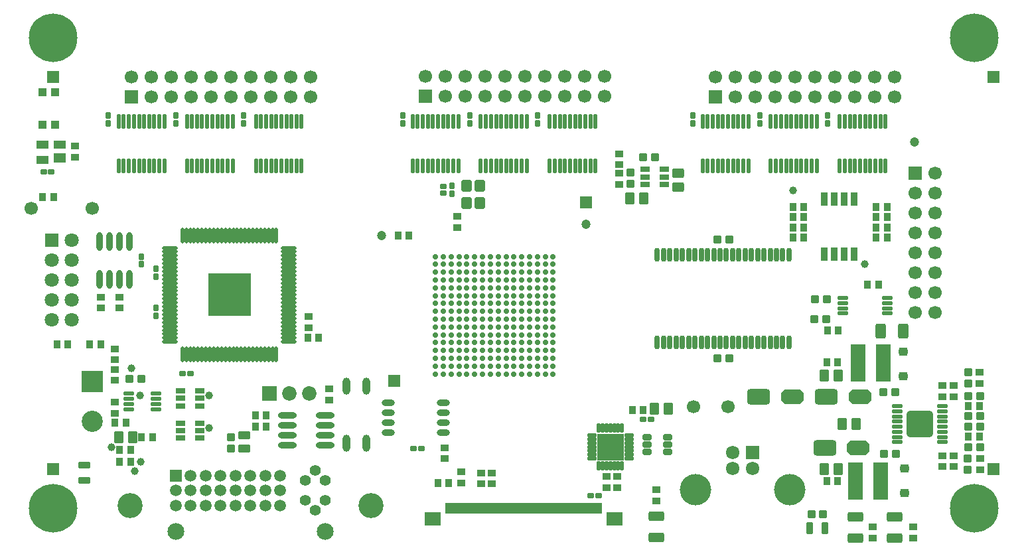
<source format=gts>
G04 Layer_Color=8388736*
%FSLAX42Y42*%
%MOMM*%
G71*
G01*
G75*
%ADD10C,1.00*%
%ADD67C,1.50*%
%ADD68C,1.20*%
%ADD73R,1.50X1.50*%
%ADD155R,1.50X1.50*%
G04:AMPARAMS|DCode=156|XSize=1.1mm|YSize=1mm|CornerRadius=0.2mm|HoleSize=0mm|Usage=FLASHONLY|Rotation=270.000|XOffset=0mm|YOffset=0mm|HoleType=Round|Shape=RoundedRectangle|*
%AMROUNDEDRECTD156*
21,1,1.10,0.60,0,0,270.0*
21,1,0.70,1.00,0,0,270.0*
1,1,0.40,-0.30,-0.35*
1,1,0.40,-0.30,0.35*
1,1,0.40,0.30,0.35*
1,1,0.40,0.30,-0.35*
%
%ADD156ROUNDEDRECTD156*%
G04:AMPARAMS|DCode=157|XSize=0.7mm|YSize=0.8mm|CornerRadius=0.16mm|HoleSize=0mm|Usage=FLASHONLY|Rotation=270.000|XOffset=0mm|YOffset=0mm|HoleType=Round|Shape=RoundedRectangle|*
%AMROUNDEDRECTD157*
21,1,0.70,0.47,0,0,270.0*
21,1,0.38,0.80,0,0,270.0*
1,1,0.33,-0.24,-0.19*
1,1,0.33,-0.24,0.19*
1,1,0.33,0.24,0.19*
1,1,0.33,0.24,-0.19*
%
%ADD157ROUNDEDRECTD157*%
%ADD158O,0.55X1.90*%
%ADD159R,0.90X1.70*%
G04:AMPARAMS|DCode=160|XSize=1.1mm|YSize=0.9mm|CornerRadius=0.19mm|HoleSize=0mm|Usage=FLASHONLY|Rotation=180.000|XOffset=0mm|YOffset=0mm|HoleType=Round|Shape=RoundedRectangle|*
%AMROUNDEDRECTD160*
21,1,1.10,0.53,0,0,180.0*
21,1,0.72,0.90,0,0,180.0*
1,1,0.38,-0.36,0.26*
1,1,0.38,0.36,0.26*
1,1,0.38,0.36,-0.26*
1,1,0.38,-0.36,-0.26*
%
%ADD160ROUNDEDRECTD160*%
G04:AMPARAMS|DCode=161|XSize=1.1mm|YSize=0.9mm|CornerRadius=0.19mm|HoleSize=0mm|Usage=FLASHONLY|Rotation=270.000|XOffset=0mm|YOffset=0mm|HoleType=Round|Shape=RoundedRectangle|*
%AMROUNDEDRECTD161*
21,1,1.10,0.53,0,0,270.0*
21,1,0.72,0.90,0,0,270.0*
1,1,0.38,-0.26,-0.36*
1,1,0.38,-0.26,0.36*
1,1,0.38,0.26,0.36*
1,1,0.38,0.26,-0.36*
%
%ADD161ROUNDEDRECTD161*%
G04:AMPARAMS|DCode=162|XSize=0.55mm|YSize=1.4mm|CornerRadius=0.14mm|HoleSize=0mm|Usage=FLASHONLY|Rotation=90.000|XOffset=0mm|YOffset=0mm|HoleType=Round|Shape=RoundedRectangle|*
%AMROUNDEDRECTD162*
21,1,0.55,1.11,0,0,90.0*
21,1,0.26,1.40,0,0,90.0*
1,1,0.29,0.56,0.13*
1,1,0.29,0.56,-0.13*
1,1,0.29,-0.56,-0.13*
1,1,0.29,-0.56,0.13*
%
%ADD162ROUNDEDRECTD162*%
%ADD163R,1.30X0.80*%
%ADD164O,1.00X2.20*%
G04:AMPARAMS|DCode=165|XSize=1.9mm|YSize=1.3mm|CornerRadius=0.24mm|HoleSize=0mm|Usage=FLASHONLY|Rotation=90.000|XOffset=0mm|YOffset=0mm|HoleType=Round|Shape=RoundedRectangle|*
%AMROUNDEDRECTD165*
21,1,1.90,0.82,0,0,90.0*
21,1,1.43,1.30,0,0,90.0*
1,1,0.47,0.41,0.71*
1,1,0.47,0.41,-0.71*
1,1,0.47,-0.41,-0.71*
1,1,0.47,-0.41,0.71*
%
%ADD165ROUNDEDRECTD165*%
G04:AMPARAMS|DCode=166|XSize=1.1mm|YSize=1mm|CornerRadius=0.2mm|HoleSize=0mm|Usage=FLASHONLY|Rotation=180.000|XOffset=0mm|YOffset=0mm|HoleType=Round|Shape=RoundedRectangle|*
%AMROUNDEDRECTD166*
21,1,1.10,0.60,0,0,180.0*
21,1,0.70,1.00,0,0,180.0*
1,1,0.40,-0.35,0.30*
1,1,0.40,0.35,0.30*
1,1,0.40,0.35,-0.30*
1,1,0.40,-0.35,-0.30*
%
%ADD166ROUNDEDRECTD166*%
%ADD167O,0.70X1.80*%
%ADD168R,1.60X1.00*%
%ADD169R,1.60X1.20*%
%ADD170O,1.70X0.80*%
%ADD171R,1.12X0.99*%
G04:AMPARAMS|DCode=172|XSize=1.15mm|YSize=1.1mm|CornerRadius=0.33mm|HoleSize=0mm|Usage=FLASHONLY|Rotation=180.000|XOffset=0mm|YOffset=0mm|HoleType=Round|Shape=RoundedRectangle|*
%AMROUNDEDRECTD172*
21,1,1.15,0.45,0,0,180.0*
21,1,0.50,1.10,0,0,180.0*
1,1,0.65,-0.25,0.23*
1,1,0.65,0.25,0.23*
1,1,0.65,0.25,-0.23*
1,1,0.65,-0.25,-0.23*
%
%ADD172ROUNDEDRECTD172*%
G04:AMPARAMS|DCode=173|XSize=2.85mm|YSize=1.95mm|CornerRadius=0.32mm|HoleSize=0mm|Usage=FLASHONLY|Rotation=0.000|XOffset=0mm|YOffset=0mm|HoleType=Round|Shape=RoundedRectangle|*
%AMROUNDEDRECTD173*
21,1,2.85,1.31,0,0,0.0*
21,1,2.21,1.95,0,0,0.0*
1,1,0.64,1.11,-0.66*
1,1,0.64,-1.11,-0.66*
1,1,0.64,-1.11,0.66*
1,1,0.64,1.11,0.66*
%
%ADD173ROUNDEDRECTD173*%
G04:AMPARAMS|DCode=174|XSize=2.85mm|YSize=1.95mm|CornerRadius=0mm|HoleSize=0mm|Usage=FLASHONLY|Rotation=0.000|XOffset=0mm|YOffset=0mm|HoleType=Round|Shape=Octagon|*
%AMOCTAGOND174*
4,1,8,1.43,-0.49,1.43,0.49,0.94,0.97,-0.94,0.97,-1.43,0.49,-1.43,-0.49,-0.94,-0.97,0.94,-0.97,1.43,-0.49,0.0*
%
%ADD174OCTAGOND174*%

G04:AMPARAMS|DCode=175|XSize=3.4mm|YSize=3.4mm|CornerRadius=0.5mm|HoleSize=0mm|Usage=FLASHONLY|Rotation=90.000|XOffset=0mm|YOffset=0mm|HoleType=Round|Shape=RoundedRectangle|*
%AMROUNDEDRECTD175*
21,1,3.40,2.40,0,0,90.0*
21,1,2.40,3.40,0,0,90.0*
1,1,1.00,1.20,1.20*
1,1,1.00,1.20,-1.20*
1,1,1.00,-1.20,-1.20*
1,1,1.00,-1.20,1.20*
%
%ADD175ROUNDEDRECTD175*%
G04:AMPARAMS|DCode=176|XSize=1.5mm|YSize=1.2mm|CornerRadius=0.23mm|HoleSize=0mm|Usage=FLASHONLY|Rotation=90.000|XOffset=0mm|YOffset=0mm|HoleType=Round|Shape=RoundedRectangle|*
%AMROUNDEDRECTD176*
21,1,1.50,0.75,0,0,90.0*
21,1,1.05,1.20,0,0,90.0*
1,1,0.45,0.38,0.53*
1,1,0.45,0.38,-0.53*
1,1,0.45,-0.38,-0.53*
1,1,0.45,-0.38,0.53*
%
%ADD176ROUNDEDRECTD176*%
G04:AMPARAMS|DCode=177|XSize=0.7mm|YSize=0.8mm|CornerRadius=0.16mm|HoleSize=0mm|Usage=FLASHONLY|Rotation=180.000|XOffset=0mm|YOffset=0mm|HoleType=Round|Shape=RoundedRectangle|*
%AMROUNDEDRECTD177*
21,1,0.70,0.47,0,0,180.0*
21,1,0.38,0.80,0,0,180.0*
1,1,0.33,-0.19,0.24*
1,1,0.33,0.19,0.24*
1,1,0.33,0.19,-0.24*
1,1,0.33,-0.19,-0.24*
%
%ADD177ROUNDEDRECTD177*%
G04:AMPARAMS|DCode=178|XSize=0.8mm|YSize=1.2mm|CornerRadius=0.17mm|HoleSize=0mm|Usage=FLASHONLY|Rotation=270.000|XOffset=0mm|YOffset=0mm|HoleType=Round|Shape=RoundedRectangle|*
%AMROUNDEDRECTD178*
21,1,0.80,0.85,0,0,270.0*
21,1,0.45,1.20,0,0,270.0*
1,1,0.35,-0.42,-0.23*
1,1,0.35,-0.42,0.23*
1,1,0.35,0.42,0.23*
1,1,0.35,0.42,-0.23*
%
%ADD178ROUNDEDRECTD178*%
%ADD179R,3.50X3.50*%
%ADD180O,0.50X1.25*%
%ADD181O,1.25X0.50*%
%ADD182C,0.70*%
%ADD183O,2.40X0.80*%
%ADD184R,1.95X4.70*%
G04:AMPARAMS|DCode=185|XSize=1.5mm|YSize=0.9mm|CornerRadius=0.19mm|HoleSize=0mm|Usage=FLASHONLY|Rotation=90.000|XOffset=0mm|YOffset=0mm|HoleType=Round|Shape=RoundedRectangle|*
%AMROUNDEDRECTD185*
21,1,1.50,0.53,0,0,90.0*
21,1,1.13,0.90,0,0,90.0*
1,1,0.38,0.26,0.56*
1,1,0.38,0.26,-0.56*
1,1,0.38,-0.26,-0.56*
1,1,0.38,-0.26,0.56*
%
%ADD185ROUNDEDRECTD185*%
G04:AMPARAMS|DCode=186|XSize=0.8mm|YSize=0.7mm|CornerRadius=0.16mm|HoleSize=0mm|Usage=FLASHONLY|Rotation=180.000|XOffset=0mm|YOffset=0mm|HoleType=Round|Shape=RoundedRectangle|*
%AMROUNDEDRECTD186*
21,1,0.80,0.38,0,0,180.0*
21,1,0.47,0.70,0,0,180.0*
1,1,0.33,-0.24,0.19*
1,1,0.33,0.24,0.19*
1,1,0.33,0.24,-0.19*
1,1,0.33,-0.24,-0.19*
%
%ADD186ROUNDEDRECTD186*%
%ADD187R,2.00X1.70*%
%ADD188R,0.50X1.45*%
G04:AMPARAMS|DCode=189|XSize=1.5mm|YSize=1.1mm|CornerRadius=0.21mm|HoleSize=0mm|Usage=FLASHONLY|Rotation=0.000|XOffset=0mm|YOffset=0mm|HoleType=Round|Shape=RoundedRectangle|*
%AMROUNDEDRECTD189*
21,1,1.50,0.68,0,0,0.0*
21,1,1.07,1.10,0,0,0.0*
1,1,0.42,0.54,-0.34*
1,1,0.42,-0.54,-0.34*
1,1,0.42,-0.54,0.34*
1,1,0.42,0.54,0.34*
%
%ADD189ROUNDEDRECTD189*%
%ADD190O,0.50X2.00*%
%ADD191O,2.00X0.50*%
%ADD192R,5.50X5.50*%
G04:AMPARAMS|DCode=193|XSize=1.95mm|YSize=1.25mm|CornerRadius=0.23mm|HoleSize=0mm|Usage=FLASHONLY|Rotation=180.000|XOffset=0mm|YOffset=0mm|HoleType=Round|Shape=RoundedRectangle|*
%AMROUNDEDRECTD193*
21,1,1.95,0.79,0,0,180.0*
21,1,1.49,1.25,0,0,180.0*
1,1,0.46,-0.74,0.39*
1,1,0.46,0.74,0.39*
1,1,0.46,0.74,-0.39*
1,1,0.46,-0.74,-0.39*
%
%ADD193ROUNDEDRECTD193*%
G04:AMPARAMS|DCode=194|XSize=1.6mm|YSize=1.4mm|CornerRadius=0.4mm|HoleSize=0mm|Usage=FLASHONLY|Rotation=270.000|XOffset=0mm|YOffset=0mm|HoleType=Round|Shape=RoundedRectangle|*
%AMROUNDEDRECTD194*
21,1,1.60,0.60,0,0,270.0*
21,1,0.80,1.40,0,0,270.0*
1,1,0.80,-0.30,-0.40*
1,1,0.80,-0.30,0.40*
1,1,0.80,0.30,0.40*
1,1,0.80,0.30,-0.40*
%
%ADD194ROUNDEDRECTD194*%
G04:AMPARAMS|DCode=195|XSize=1.5mm|YSize=1.2mm|CornerRadius=0.23mm|HoleSize=0mm|Usage=FLASHONLY|Rotation=0.000|XOffset=0mm|YOffset=0mm|HoleType=Round|Shape=RoundedRectangle|*
%AMROUNDEDRECTD195*
21,1,1.50,0.75,0,0,0.0*
21,1,1.05,1.20,0,0,0.0*
1,1,0.45,0.53,-0.38*
1,1,0.45,-0.53,-0.38*
1,1,0.45,-0.53,0.38*
1,1,0.45,0.53,0.38*
%
%ADD195ROUNDEDRECTD195*%
%ADD196O,0.80X2.40*%
G04:AMPARAMS|DCode=197|XSize=1.5mm|YSize=0.9mm|CornerRadius=0.19mm|HoleSize=0mm|Usage=FLASHONLY|Rotation=0.000|XOffset=0mm|YOffset=0mm|HoleType=Round|Shape=RoundedRectangle|*
%AMROUNDEDRECTD197*
21,1,1.50,0.53,0,0,0.0*
21,1,1.13,0.90,0,0,0.0*
1,1,0.38,0.56,-0.26*
1,1,0.38,-0.56,-0.26*
1,1,0.38,-0.56,0.26*
1,1,0.38,0.56,0.26*
%
%ADD197ROUNDEDRECTD197*%
%ADD198C,1.70*%
%ADD199C,1.40*%
%ADD200C,3.20*%
%ADD201C,2.15*%
%ADD202R,1.70X1.70*%
%ADD203R,1.70X1.70*%
%ADD204R,1.85X1.85*%
%ADD205C,1.85*%
%ADD206C,2.70*%
%ADD207R,2.70X2.70*%
%ADD208C,1.72*%
%ADD209C,4.00*%
%ADD210R,1.72X1.72*%
%ADD211C,1.80*%
%ADD212R,1.80X1.80*%
%ADD213C,6.20*%
D10*
X1500Y2280D02*
D03*
X1540Y970D02*
D03*
X9940Y4550D02*
D03*
X10860Y3610D02*
D03*
X1620Y1090D02*
D03*
X1610Y1940D02*
D03*
X1250Y1280D02*
D03*
X2490Y1520D02*
D03*
Y1940D02*
D03*
D67*
X2258Y914D02*
D03*
X3401D02*
D03*
Y724D02*
D03*
Y533D02*
D03*
X3210Y912D02*
D03*
Y724D02*
D03*
Y533D02*
D03*
X3017Y914D02*
D03*
Y724D02*
D03*
X3020Y533D02*
D03*
X2830Y914D02*
D03*
Y724D02*
D03*
Y533D02*
D03*
X2639Y914D02*
D03*
Y724D02*
D03*
Y533D02*
D03*
X2067Y724D02*
D03*
Y533D02*
D03*
X2258D02*
D03*
Y724D02*
D03*
X2449Y914D02*
D03*
Y724D02*
D03*
Y533D02*
D03*
D68*
X7300Y4120D02*
D03*
X11490Y5170D02*
D03*
X4690Y3980D02*
D03*
D73*
X2067Y914D02*
D03*
D155*
X4850Y2120D02*
D03*
X7300Y4400D02*
D03*
X500Y1000D02*
D03*
Y6000D02*
D03*
X12500Y6000D02*
D03*
Y1000D02*
D03*
D156*
X9125Y2410D02*
D03*
X8975Y2410D02*
D03*
X10365Y2910D02*
D03*
X10215D02*
D03*
X11095Y1980D02*
D03*
X11245D02*
D03*
X11255Y1190D02*
D03*
X11105D02*
D03*
X10225Y3160D02*
D03*
X10375D02*
D03*
X1475Y2150D02*
D03*
X1625D02*
D03*
X12175Y1540D02*
D03*
X12325D02*
D03*
Y1280D02*
D03*
X12175D02*
D03*
Y1670D02*
D03*
X12325D02*
D03*
X12175Y1930D02*
D03*
X12325D02*
D03*
X10175Y420D02*
D03*
X10325D02*
D03*
X9125Y3930D02*
D03*
X8975D02*
D03*
X8030Y4975D02*
D03*
X8180D02*
D03*
D157*
X480Y4790D02*
D03*
X380D02*
D03*
X8030Y1630D02*
D03*
X8130D02*
D03*
X7360Y660D02*
D03*
X7460D02*
D03*
X2250Y2220D02*
D03*
X2150D02*
D03*
X5100Y1260D02*
D03*
X5200D02*
D03*
D158*
X1923Y5435D02*
D03*
X1858Y5435D02*
D03*
X1792Y5435D02*
D03*
X1727Y5435D02*
D03*
X1598D02*
D03*
X1662D02*
D03*
X1532D02*
D03*
X1858Y4865D02*
D03*
X1923Y4865D02*
D03*
X1792D02*
D03*
X1598Y4865D02*
D03*
X1532D02*
D03*
X1727D02*
D03*
X1662D02*
D03*
X1468Y5435D02*
D03*
X1338D02*
D03*
X1402Y5435D02*
D03*
Y4865D02*
D03*
X1468Y4865D02*
D03*
X1338D02*
D03*
X3672Y5435D02*
D03*
X3608Y5435D02*
D03*
X3542Y5435D02*
D03*
X3478Y5435D02*
D03*
X3347D02*
D03*
X3412D02*
D03*
X3283D02*
D03*
X3608Y4865D02*
D03*
X3672Y4865D02*
D03*
X3542D02*
D03*
X3347Y4865D02*
D03*
X3283D02*
D03*
X3478D02*
D03*
X3412D02*
D03*
X3217Y5435D02*
D03*
X3088D02*
D03*
X3152Y5435D02*
D03*
Y4865D02*
D03*
X3217Y4865D02*
D03*
X3088D02*
D03*
X2792Y5435D02*
D03*
X2727Y5435D02*
D03*
X2662Y5435D02*
D03*
X2598Y5435D02*
D03*
X2467D02*
D03*
X2533D02*
D03*
X2402D02*
D03*
X2727Y4865D02*
D03*
X2792Y4865D02*
D03*
X2662D02*
D03*
X2467Y4865D02*
D03*
X2402D02*
D03*
X2598D02*
D03*
X2533D02*
D03*
X2338Y5435D02*
D03*
X2208D02*
D03*
X2273Y5435D02*
D03*
Y4865D02*
D03*
X2338Y4865D02*
D03*
X2208D02*
D03*
X9243Y5435D02*
D03*
X9307D02*
D03*
X9178D02*
D03*
X9372D02*
D03*
X9047D02*
D03*
X9112D02*
D03*
X8982D02*
D03*
X9372Y4865D02*
D03*
X9307D02*
D03*
X9243D02*
D03*
X9047D02*
D03*
X8982D02*
D03*
X9178D02*
D03*
X9112D02*
D03*
X8918Y5435D02*
D03*
X8788D02*
D03*
X8853D02*
D03*
Y4865D02*
D03*
X8918D02*
D03*
X8788D02*
D03*
X10992Y5435D02*
D03*
X11057D02*
D03*
X10927D02*
D03*
X11122D02*
D03*
X10797D02*
D03*
X10862D02*
D03*
X10732D02*
D03*
X11122Y4865D02*
D03*
X11057D02*
D03*
X10992D02*
D03*
X10797D02*
D03*
X10732D02*
D03*
X10927D02*
D03*
X10862D02*
D03*
X10667Y5435D02*
D03*
X10537D02*
D03*
X10602D02*
D03*
Y4865D02*
D03*
X10667D02*
D03*
X10537D02*
D03*
X10112Y5435D02*
D03*
X10178D02*
D03*
X10047D02*
D03*
X10243D02*
D03*
X9918D02*
D03*
X9982D02*
D03*
X9853D02*
D03*
X10243Y4865D02*
D03*
X10178D02*
D03*
X10112D02*
D03*
X9918D02*
D03*
X9853D02*
D03*
X10047D02*
D03*
X9982D02*
D03*
X9788Y5435D02*
D03*
X9657D02*
D03*
X9722D02*
D03*
Y4865D02*
D03*
X9788D02*
D03*
X9657D02*
D03*
X5672Y5435D02*
D03*
X5608Y5435D02*
D03*
X5542Y5435D02*
D03*
X5478Y5435D02*
D03*
X5412D02*
D03*
X5347D02*
D03*
X5283D02*
D03*
X5217Y5435D02*
D03*
X5153Y5435D02*
D03*
X5088Y5435D02*
D03*
X5672Y4865D02*
D03*
X5608Y4865D02*
D03*
X5542Y4865D02*
D03*
X5478Y4865D02*
D03*
X5412D02*
D03*
X5347D02*
D03*
X5283D02*
D03*
X5217Y4865D02*
D03*
X5153Y4865D02*
D03*
X5088Y4865D02*
D03*
X6543Y5435D02*
D03*
X6478Y5435D02*
D03*
X6412Y5435D02*
D03*
X6347Y5435D02*
D03*
X6283D02*
D03*
X6217D02*
D03*
X6153D02*
D03*
X6088Y5435D02*
D03*
X6022Y5435D02*
D03*
X5958Y5435D02*
D03*
X6543Y4865D02*
D03*
X6478Y4865D02*
D03*
X6412Y4865D02*
D03*
X6347Y4865D02*
D03*
X6283D02*
D03*
X6217D02*
D03*
X6153D02*
D03*
X6088Y4865D02*
D03*
X6022Y4865D02*
D03*
X5958Y4865D02*
D03*
X7422Y5435D02*
D03*
X7357Y5435D02*
D03*
X7292Y5435D02*
D03*
X7227Y5435D02*
D03*
X7162D02*
D03*
X7097D02*
D03*
X7032D02*
D03*
X6967Y5435D02*
D03*
X6902Y5435D02*
D03*
X6837Y5435D02*
D03*
X7422Y4865D02*
D03*
X7357Y4865D02*
D03*
X7292Y4865D02*
D03*
X7227Y4865D02*
D03*
X7162D02*
D03*
X7097D02*
D03*
X7032D02*
D03*
X6967Y4865D02*
D03*
X6902Y4865D02*
D03*
X6837Y4865D02*
D03*
D159*
X10721Y4439D02*
D03*
X10594D02*
D03*
X10721Y3741D02*
D03*
X10593D02*
D03*
X10467Y4439D02*
D03*
X10339D02*
D03*
X10467Y3741D02*
D03*
X10339D02*
D03*
D160*
X6100Y810D02*
D03*
Y950D02*
D03*
X1290Y2530D02*
D03*
Y2390D02*
D03*
X4020Y1880D02*
D03*
Y2020D02*
D03*
X7720Y4630D02*
D03*
Y4770D02*
D03*
Y4880D02*
D03*
Y5020D02*
D03*
X12320Y2090D02*
D03*
Y2230D02*
D03*
X11990Y1170D02*
D03*
Y1030D02*
D03*
X11850D02*
D03*
Y1170D02*
D03*
X12330Y1130D02*
D03*
Y990D02*
D03*
X11850Y1920D02*
D03*
Y2060D02*
D03*
X11990D02*
D03*
Y1920D02*
D03*
X11470Y120D02*
D03*
Y260D02*
D03*
X10960Y120D02*
D03*
Y260D02*
D03*
X8200Y730D02*
D03*
Y590D02*
D03*
X7700Y760D02*
D03*
Y900D02*
D03*
X7560Y760D02*
D03*
Y900D02*
D03*
X5660Y4080D02*
D03*
Y4220D02*
D03*
X780Y5120D02*
D03*
Y4980D02*
D03*
X1350Y3050D02*
D03*
Y3190D02*
D03*
X1110Y3050D02*
D03*
Y3190D02*
D03*
X3760Y2800D02*
D03*
Y2940D02*
D03*
X5960Y950D02*
D03*
Y810D02*
D03*
X5500Y1130D02*
D03*
Y1270D02*
D03*
X5710Y820D02*
D03*
Y960D02*
D03*
X1290Y2130D02*
D03*
Y2270D02*
D03*
X1290Y1850D02*
D03*
Y1710D02*
D03*
D161*
X1430Y1590D02*
D03*
X1290D02*
D03*
X1630Y1400D02*
D03*
X1770D02*
D03*
X11140Y4340D02*
D03*
X11000D02*
D03*
X11140Y4210D02*
D03*
X11000D02*
D03*
X11140Y4080D02*
D03*
X11000D02*
D03*
X11140Y3950D02*
D03*
X11000D02*
D03*
X1490Y1240D02*
D03*
X1350D02*
D03*
Y1090D02*
D03*
X1490D02*
D03*
X10080Y4340D02*
D03*
X9940D02*
D03*
X10080Y4080D02*
D03*
X9940D02*
D03*
X10080Y4210D02*
D03*
X9940D02*
D03*
X10080Y3950D02*
D03*
X9940D02*
D03*
X10370Y2360D02*
D03*
X10510D02*
D03*
X10370Y840D02*
D03*
X10510D02*
D03*
X10520Y2770D02*
D03*
X10380D02*
D03*
X550Y2590D02*
D03*
X690D02*
D03*
X510Y4470D02*
D03*
X370D02*
D03*
X1110Y2590D02*
D03*
X970D02*
D03*
X12320Y1410D02*
D03*
X12180D02*
D03*
X12320Y1800D02*
D03*
X12180D02*
D03*
X8030Y1750D02*
D03*
X7890D02*
D03*
X11030Y3350D02*
D03*
X10890D02*
D03*
X5040Y3980D02*
D03*
X4900D02*
D03*
X3750Y2670D02*
D03*
X3890D02*
D03*
X5550Y820D02*
D03*
X5410D02*
D03*
X3220Y1540D02*
D03*
X3080D02*
D03*
X3220Y1680D02*
D03*
X3080D02*
D03*
D162*
X1469Y1958D02*
D03*
Y1892D02*
D03*
Y1828D02*
D03*
Y1762D02*
D03*
X1811Y1958D02*
D03*
Y1892D02*
D03*
Y1828D02*
D03*
Y1762D02*
D03*
X10575Y3177D02*
D03*
Y3112D02*
D03*
Y3048D02*
D03*
Y2983D02*
D03*
X11145Y3177D02*
D03*
Y3112D02*
D03*
Y3048D02*
D03*
Y2983D02*
D03*
X11275Y1798D02*
D03*
Y1733D02*
D03*
Y1667D02*
D03*
Y1602D02*
D03*
Y1538D02*
D03*
Y1473D02*
D03*
Y1407D02*
D03*
Y1343D02*
D03*
X11845Y1798D02*
D03*
Y1733D02*
D03*
Y1667D02*
D03*
Y1602D02*
D03*
Y1538D02*
D03*
Y1473D02*
D03*
Y1407D02*
D03*
Y1343D02*
D03*
D163*
X2370Y1395D02*
D03*
Y1490D02*
D03*
Y1585D02*
D03*
X2130D02*
D03*
Y1490D02*
D03*
Y1395D02*
D03*
X2370Y1805D02*
D03*
Y1900D02*
D03*
Y1995D02*
D03*
X2130D02*
D03*
Y1900D02*
D03*
Y1805D02*
D03*
X8295Y4630D02*
D03*
Y4725D02*
D03*
Y4820D02*
D03*
X8055D02*
D03*
Y4725D02*
D03*
Y4630D02*
D03*
D164*
X4497Y1325D02*
D03*
X4243D02*
D03*
Y2055D02*
D03*
X4497D02*
D03*
D165*
X11055Y2760D02*
D03*
X11345D02*
D03*
D166*
X7870Y4635D02*
D03*
Y4785D02*
D03*
X2770Y1405D02*
D03*
Y1255D02*
D03*
X12170Y985D02*
D03*
Y1135D02*
D03*
X12180Y2235D02*
D03*
Y2085D02*
D03*
D167*
X8850Y2612D02*
D03*
X8690D02*
D03*
X8770D02*
D03*
X8930D02*
D03*
X8530Y3728D02*
D03*
X8450Y3728D02*
D03*
X8210Y3728D02*
D03*
X8290D02*
D03*
X8370Y3728D02*
D03*
X8610D02*
D03*
X8850Y3728D02*
D03*
X8690D02*
D03*
X8770D02*
D03*
X8930Y3728D02*
D03*
X9330Y2612D02*
D03*
X9170D02*
D03*
X9250D02*
D03*
X9410Y2612D02*
D03*
X9810Y2612D02*
D03*
X9730D02*
D03*
X9490Y2612D02*
D03*
X9570D02*
D03*
X9650Y2612D02*
D03*
X9890Y2612D02*
D03*
X8210Y2612D02*
D03*
X8290D02*
D03*
X8370D02*
D03*
X8450D02*
D03*
X8530Y2612D02*
D03*
X8610Y2612D02*
D03*
X9010Y2612D02*
D03*
X9090Y2612D02*
D03*
X9010Y3728D02*
D03*
X9090D02*
D03*
X9170D02*
D03*
X9250Y3728D02*
D03*
X9330D02*
D03*
X9410D02*
D03*
X9490Y3728D02*
D03*
X9570D02*
D03*
X9650Y3728D02*
D03*
X9730D02*
D03*
X9810Y3728D02*
D03*
X9890D02*
D03*
D168*
X370Y4945D02*
D03*
Y5135D02*
D03*
X590D02*
D03*
D169*
Y4965D02*
D03*
D170*
X4778Y1841D02*
D03*
Y1714D02*
D03*
Y1586D02*
D03*
Y1460D02*
D03*
X5483Y1841D02*
D03*
Y1714D02*
D03*
Y1586D02*
D03*
Y1460D02*
D03*
D171*
X370Y5395D02*
D03*
Y5805D02*
D03*
X530D02*
D03*
Y5395D02*
D03*
D172*
X11360Y693D02*
D03*
Y1007D02*
D03*
X11350Y2498D02*
D03*
Y2183D02*
D03*
D173*
X9505Y1920D02*
D03*
X10345Y1270D02*
D03*
X10365Y1920D02*
D03*
D174*
X9935D02*
D03*
X10775Y1270D02*
D03*
X10795Y1920D02*
D03*
D175*
X11560Y1570D02*
D03*
D176*
X8170Y1770D02*
D03*
X8350D02*
D03*
X10520Y1000D02*
D03*
X10340D02*
D03*
X10750Y1570D02*
D03*
X10570D02*
D03*
X10520Y2190D02*
D03*
X10340D02*
D03*
X7860Y4450D02*
D03*
X8040D02*
D03*
X1340Y1400D02*
D03*
X1520D02*
D03*
D177*
X5590Y4610D02*
D03*
Y4510D02*
D03*
X10380Y5410D02*
D03*
Y5510D02*
D03*
X9520Y5410D02*
D03*
Y5510D02*
D03*
X8660Y5410D02*
D03*
Y5510D02*
D03*
X6680Y5410D02*
D03*
Y5510D02*
D03*
X5820Y5410D02*
D03*
Y5510D02*
D03*
X4960Y5410D02*
D03*
Y5510D02*
D03*
X2930Y5410D02*
D03*
Y5510D02*
D03*
X2070Y5410D02*
D03*
Y5510D02*
D03*
X1200Y5410D02*
D03*
Y5510D02*
D03*
X1810Y3550D02*
D03*
Y3450D02*
D03*
X1630Y3610D02*
D03*
Y3710D02*
D03*
X1810Y3050D02*
D03*
Y2950D02*
D03*
D178*
X8340Y1215D02*
D03*
Y1310D02*
D03*
Y1405D02*
D03*
X8080D02*
D03*
Y1310D02*
D03*
Y1215D02*
D03*
D179*
X7610Y1280D02*
D03*
D180*
X7760Y1043D02*
D03*
X7710Y1043D02*
D03*
X7660D02*
D03*
X7610D02*
D03*
X7560D02*
D03*
X7510D02*
D03*
X7460D02*
D03*
Y1518D02*
D03*
X7510D02*
D03*
X7560D02*
D03*
X7610Y1518D02*
D03*
X7660D02*
D03*
X7710D02*
D03*
X7760Y1518D02*
D03*
D181*
X7372Y1130D02*
D03*
Y1180D02*
D03*
Y1230D02*
D03*
Y1280D02*
D03*
Y1330D02*
D03*
Y1380D02*
D03*
X7372Y1430D02*
D03*
X7847D02*
D03*
X7847Y1380D02*
D03*
Y1330D02*
D03*
X7847Y1280D02*
D03*
Y1230D02*
D03*
Y1180D02*
D03*
Y1130D02*
D03*
D182*
X6880Y3710D02*
D03*
Y3610D02*
D03*
Y3510D02*
D03*
Y3410D02*
D03*
Y3310D02*
D03*
Y3210D02*
D03*
Y3110D02*
D03*
Y3010D02*
D03*
Y2910D02*
D03*
Y2810D02*
D03*
Y2710D02*
D03*
Y2610D02*
D03*
Y2510D02*
D03*
Y2410D02*
D03*
Y2310D02*
D03*
Y2210D02*
D03*
X6780Y3710D02*
D03*
Y3610D02*
D03*
Y3510D02*
D03*
Y3410D02*
D03*
Y3310D02*
D03*
Y3210D02*
D03*
Y3110D02*
D03*
Y3010D02*
D03*
Y2910D02*
D03*
Y2810D02*
D03*
Y2710D02*
D03*
Y2610D02*
D03*
Y2510D02*
D03*
Y2410D02*
D03*
Y2310D02*
D03*
Y2210D02*
D03*
X6680Y3710D02*
D03*
Y3610D02*
D03*
Y3510D02*
D03*
Y3410D02*
D03*
Y3310D02*
D03*
Y3210D02*
D03*
Y3110D02*
D03*
Y3010D02*
D03*
Y2910D02*
D03*
Y2810D02*
D03*
Y2710D02*
D03*
Y2610D02*
D03*
Y2510D02*
D03*
Y2410D02*
D03*
Y2310D02*
D03*
Y2210D02*
D03*
X6580Y3710D02*
D03*
Y3610D02*
D03*
Y3510D02*
D03*
Y3410D02*
D03*
Y3310D02*
D03*
Y3210D02*
D03*
Y3110D02*
D03*
Y3010D02*
D03*
Y2910D02*
D03*
Y2810D02*
D03*
Y2710D02*
D03*
Y2610D02*
D03*
Y2510D02*
D03*
Y2410D02*
D03*
Y2310D02*
D03*
Y2210D02*
D03*
X6480Y3710D02*
D03*
Y3610D02*
D03*
Y3510D02*
D03*
Y3410D02*
D03*
Y3310D02*
D03*
Y3210D02*
D03*
Y3110D02*
D03*
Y3010D02*
D03*
Y2910D02*
D03*
Y2810D02*
D03*
Y2710D02*
D03*
Y2610D02*
D03*
Y2510D02*
D03*
Y2410D02*
D03*
Y2310D02*
D03*
Y2210D02*
D03*
X6380Y3710D02*
D03*
Y3610D02*
D03*
Y3510D02*
D03*
Y3410D02*
D03*
Y3310D02*
D03*
Y3210D02*
D03*
Y3110D02*
D03*
Y3010D02*
D03*
Y2910D02*
D03*
Y2810D02*
D03*
Y2710D02*
D03*
Y2610D02*
D03*
Y2510D02*
D03*
Y2410D02*
D03*
Y2310D02*
D03*
Y2210D02*
D03*
X6280Y3710D02*
D03*
Y3610D02*
D03*
Y3510D02*
D03*
Y3410D02*
D03*
Y3310D02*
D03*
Y3210D02*
D03*
Y3110D02*
D03*
Y3010D02*
D03*
Y2910D02*
D03*
Y2810D02*
D03*
Y2710D02*
D03*
Y2610D02*
D03*
Y2510D02*
D03*
Y2410D02*
D03*
Y2310D02*
D03*
Y2210D02*
D03*
X6180Y3710D02*
D03*
Y3610D02*
D03*
Y3510D02*
D03*
Y3410D02*
D03*
Y3310D02*
D03*
Y3210D02*
D03*
Y3110D02*
D03*
Y3010D02*
D03*
Y2910D02*
D03*
Y2810D02*
D03*
Y2710D02*
D03*
Y2610D02*
D03*
Y2510D02*
D03*
Y2410D02*
D03*
Y2310D02*
D03*
Y2210D02*
D03*
X6080Y3710D02*
D03*
Y3610D02*
D03*
Y3510D02*
D03*
Y3410D02*
D03*
Y3310D02*
D03*
Y3210D02*
D03*
Y3110D02*
D03*
Y3010D02*
D03*
Y2910D02*
D03*
Y2810D02*
D03*
Y2710D02*
D03*
Y2610D02*
D03*
Y2510D02*
D03*
Y2410D02*
D03*
Y2310D02*
D03*
Y2210D02*
D03*
X5980Y3710D02*
D03*
Y3610D02*
D03*
Y3510D02*
D03*
Y3410D02*
D03*
Y3310D02*
D03*
Y3210D02*
D03*
Y3110D02*
D03*
Y3010D02*
D03*
Y2910D02*
D03*
Y2810D02*
D03*
Y2710D02*
D03*
Y2610D02*
D03*
Y2510D02*
D03*
Y2410D02*
D03*
Y2310D02*
D03*
Y2210D02*
D03*
X5880Y3710D02*
D03*
Y3610D02*
D03*
Y3510D02*
D03*
Y3410D02*
D03*
Y3310D02*
D03*
Y3210D02*
D03*
Y3110D02*
D03*
Y3010D02*
D03*
Y2910D02*
D03*
Y2810D02*
D03*
Y2710D02*
D03*
Y2610D02*
D03*
Y2510D02*
D03*
Y2410D02*
D03*
Y2310D02*
D03*
Y2210D02*
D03*
X5780Y3710D02*
D03*
Y3610D02*
D03*
Y3510D02*
D03*
Y3410D02*
D03*
Y3310D02*
D03*
Y3210D02*
D03*
Y3110D02*
D03*
Y3010D02*
D03*
Y2910D02*
D03*
Y2810D02*
D03*
Y2710D02*
D03*
Y2610D02*
D03*
Y2510D02*
D03*
Y2410D02*
D03*
Y2310D02*
D03*
Y2210D02*
D03*
X5680Y3710D02*
D03*
Y3610D02*
D03*
Y3510D02*
D03*
Y3410D02*
D03*
Y3310D02*
D03*
Y3210D02*
D03*
Y3110D02*
D03*
Y3010D02*
D03*
Y2910D02*
D03*
Y2810D02*
D03*
Y2710D02*
D03*
Y2610D02*
D03*
Y2510D02*
D03*
Y2410D02*
D03*
Y2310D02*
D03*
Y2210D02*
D03*
X5580Y3710D02*
D03*
Y3610D02*
D03*
Y3510D02*
D03*
Y3410D02*
D03*
Y3310D02*
D03*
Y3210D02*
D03*
Y3110D02*
D03*
Y3010D02*
D03*
Y2910D02*
D03*
Y2810D02*
D03*
Y2710D02*
D03*
Y2610D02*
D03*
Y2510D02*
D03*
Y2410D02*
D03*
Y2310D02*
D03*
Y2210D02*
D03*
X5480Y3710D02*
D03*
Y3610D02*
D03*
Y3510D02*
D03*
Y3410D02*
D03*
Y3310D02*
D03*
Y3210D02*
D03*
Y3110D02*
D03*
Y3010D02*
D03*
Y2910D02*
D03*
Y2810D02*
D03*
Y2710D02*
D03*
Y2610D02*
D03*
Y2510D02*
D03*
Y2410D02*
D03*
Y2310D02*
D03*
Y2210D02*
D03*
X5380Y3710D02*
D03*
Y3610D02*
D03*
Y3510D02*
D03*
Y3410D02*
D03*
Y3310D02*
D03*
Y3210D02*
D03*
Y3110D02*
D03*
Y3010D02*
D03*
Y2910D02*
D03*
Y2810D02*
D03*
Y2710D02*
D03*
Y2610D02*
D03*
Y2510D02*
D03*
Y2410D02*
D03*
Y2310D02*
D03*
Y2210D02*
D03*
D183*
X3490Y1681D02*
D03*
Y1553D02*
D03*
Y1427D02*
D03*
Y1299D02*
D03*
X3970Y1681D02*
D03*
Y1553D02*
D03*
Y1427D02*
D03*
Y1299D02*
D03*
D184*
X11062Y840D02*
D03*
X10738D02*
D03*
X11093Y2350D02*
D03*
X10768D02*
D03*
D185*
X10345Y240D02*
D03*
X10155D02*
D03*
D186*
X5480Y4605D02*
D03*
Y4515D02*
D03*
D187*
X5345Y362D02*
D03*
X7665D02*
D03*
D188*
X7430Y500D02*
D03*
X7380D02*
D03*
X7330D02*
D03*
X7480D02*
D03*
X7280D02*
D03*
X7230D02*
D03*
X7180D02*
D03*
X7130D02*
D03*
X7080D02*
D03*
X7030D02*
D03*
X6980D02*
D03*
X6930D02*
D03*
X6880D02*
D03*
X6830D02*
D03*
X6780D02*
D03*
X6730D02*
D03*
X6680D02*
D03*
X6630D02*
D03*
X6580D02*
D03*
X6530D02*
D03*
X6480D02*
D03*
X6430D02*
D03*
X6380D02*
D03*
X6330D02*
D03*
X6280D02*
D03*
X6230D02*
D03*
X6180D02*
D03*
X6130D02*
D03*
X6080D02*
D03*
X6030D02*
D03*
X5980D02*
D03*
X5930D02*
D03*
X5880D02*
D03*
X5830D02*
D03*
X5780D02*
D03*
X5730D02*
D03*
X5680D02*
D03*
X5630D02*
D03*
X5580D02*
D03*
X5530D02*
D03*
D189*
X2940Y1255D02*
D03*
Y1425D02*
D03*
D190*
X3000Y2460D02*
D03*
X3050D02*
D03*
X2350D02*
D03*
X2400D02*
D03*
X3350D02*
D03*
X3300D02*
D03*
X3250D02*
D03*
X3200D02*
D03*
X3150D02*
D03*
X3100D02*
D03*
X2950D02*
D03*
X2900D02*
D03*
X2850D02*
D03*
X2800Y2460D02*
D03*
X2750D02*
D03*
X2700D02*
D03*
X2650Y2460D02*
D03*
X2600D02*
D03*
X2550D02*
D03*
X2500D02*
D03*
X2450D02*
D03*
X2300D02*
D03*
X2250D02*
D03*
X2200D02*
D03*
X2150D02*
D03*
Y3980D02*
D03*
X2200D02*
D03*
X2400D02*
D03*
X2450D02*
D03*
X2500D02*
D03*
X2550D02*
D03*
X2600D02*
D03*
X2650D02*
D03*
X2700Y3980D02*
D03*
X2750D02*
D03*
X3050Y3980D02*
D03*
X3100D02*
D03*
X3150D02*
D03*
X3200D02*
D03*
X3250D02*
D03*
X3300D02*
D03*
X3350D02*
D03*
X3000D02*
D03*
X2900D02*
D03*
X2850D02*
D03*
X2800Y3980D02*
D03*
X2950Y3980D02*
D03*
X2350D02*
D03*
X2300D02*
D03*
X2250D02*
D03*
D191*
X3510Y3320D02*
D03*
Y3370D02*
D03*
X3510Y3420D02*
D03*
X3510Y3770D02*
D03*
Y3720D02*
D03*
Y3570D02*
D03*
Y3620D02*
D03*
Y3670D02*
D03*
Y3820D02*
D03*
X1990Y2620D02*
D03*
Y2670D02*
D03*
Y2720D02*
D03*
Y2770D02*
D03*
Y2820D02*
D03*
Y2870D02*
D03*
Y2920D02*
D03*
Y2970D02*
D03*
Y3020D02*
D03*
Y3070D02*
D03*
Y3120D02*
D03*
X1990Y3170D02*
D03*
Y3220D02*
D03*
Y3270D02*
D03*
X1990Y3320D02*
D03*
Y3370D02*
D03*
Y3420D02*
D03*
Y3470D02*
D03*
Y3520D02*
D03*
Y3570D02*
D03*
Y3620D02*
D03*
Y3670D02*
D03*
Y3720D02*
D03*
Y3770D02*
D03*
Y3820D02*
D03*
X3510Y3520D02*
D03*
Y3470D02*
D03*
X3510Y3270D02*
D03*
Y3220D02*
D03*
Y3170D02*
D03*
X3510Y3120D02*
D03*
X3510Y3070D02*
D03*
Y3020D02*
D03*
Y2970D02*
D03*
Y2920D02*
D03*
Y2870D02*
D03*
Y2820D02*
D03*
Y2770D02*
D03*
Y2720D02*
D03*
Y2670D02*
D03*
Y2620D02*
D03*
D192*
X2750Y3220D02*
D03*
D193*
X8200Y397D02*
D03*
Y123D02*
D03*
X11240Y112D02*
D03*
Y388D02*
D03*
X10740Y112D02*
D03*
Y388D02*
D03*
D194*
X5945Y4610D02*
D03*
Y4390D02*
D03*
X5775D02*
D03*
Y4610D02*
D03*
D195*
X8475Y4595D02*
D03*
Y4775D02*
D03*
D196*
X1474Y3900D02*
D03*
X1347D02*
D03*
X1220D02*
D03*
X1093D02*
D03*
X1474Y3420D02*
D03*
X1347Y3420D02*
D03*
X1220Y3420D02*
D03*
X1093D02*
D03*
D197*
X900Y1045D02*
D03*
Y855D02*
D03*
D198*
X8670Y1790D02*
D03*
X1000Y4320D02*
D03*
X220D02*
D03*
X9110Y1790D02*
D03*
X11750Y2996D02*
D03*
X11496D02*
D03*
X11750Y3250D02*
D03*
X11496D02*
D03*
X11750Y3504D02*
D03*
X11496D02*
D03*
X11750Y3758D02*
D03*
X11496D02*
D03*
X11750Y4012D02*
D03*
X11496D02*
D03*
X11750Y4266D02*
D03*
X11496D02*
D03*
X11750Y4520D02*
D03*
X11496D02*
D03*
X11750Y4774D02*
D03*
X3786Y6000D02*
D03*
Y5746D02*
D03*
X3532Y6000D02*
D03*
Y5746D02*
D03*
X3278Y6000D02*
D03*
Y5746D02*
D03*
X3024Y6000D02*
D03*
Y5746D02*
D03*
X2770Y6000D02*
D03*
Y5746D02*
D03*
X2516Y6000D02*
D03*
Y5746D02*
D03*
X2262Y6000D02*
D03*
Y5746D02*
D03*
X2008Y6000D02*
D03*
Y5746D02*
D03*
X1754Y6000D02*
D03*
Y5746D02*
D03*
X1500Y6000D02*
D03*
X7536Y6010D02*
D03*
Y5756D02*
D03*
X7282Y6010D02*
D03*
Y5756D02*
D03*
X7028Y6010D02*
D03*
Y5756D02*
D03*
X6774Y6010D02*
D03*
Y5756D02*
D03*
X6520Y6010D02*
D03*
Y5756D02*
D03*
X6266Y6010D02*
D03*
Y5756D02*
D03*
X6012Y6010D02*
D03*
Y5756D02*
D03*
X5758Y6010D02*
D03*
Y5756D02*
D03*
X5504Y6010D02*
D03*
Y5756D02*
D03*
X5250Y6010D02*
D03*
X11236Y6004D02*
D03*
Y5750D02*
D03*
X10982Y6004D02*
D03*
Y5750D02*
D03*
X10728Y6004D02*
D03*
Y5750D02*
D03*
X10474Y6004D02*
D03*
Y5750D02*
D03*
X10220Y6004D02*
D03*
Y5750D02*
D03*
X9966Y6004D02*
D03*
Y5750D02*
D03*
X9712Y6004D02*
D03*
Y5750D02*
D03*
X9458Y6004D02*
D03*
Y5750D02*
D03*
X9204Y6004D02*
D03*
Y5750D02*
D03*
X8950Y6004D02*
D03*
D199*
X3972Y597D02*
D03*
X3719D02*
D03*
Y851D02*
D03*
X3972D02*
D03*
X3846Y978D02*
D03*
Y470D02*
D03*
D200*
X4557Y531D02*
D03*
X1484Y533D02*
D03*
D201*
X3972Y200D02*
D03*
X2067D02*
D03*
D202*
X11496Y4774D02*
D03*
D203*
X1500Y5746D02*
D03*
X5250Y5756D02*
D03*
X8950Y5750D02*
D03*
D204*
X3260Y1960D02*
D03*
D205*
X3514D02*
D03*
X3768D02*
D03*
D206*
X1000Y1606D02*
D03*
D207*
Y2114D02*
D03*
D208*
X9175Y1206D02*
D03*
Y1006D02*
D03*
X9425D02*
D03*
D209*
X9902Y734D02*
D03*
X8698D02*
D03*
D210*
X9425Y1206D02*
D03*
D211*
X483Y2902D02*
D03*
X737D02*
D03*
X483Y3156D02*
D03*
X737D02*
D03*
X483Y3410D02*
D03*
Y3664D02*
D03*
X737Y3918D02*
D03*
Y3410D02*
D03*
Y3664D02*
D03*
D212*
X483Y3918D02*
D03*
D213*
X500Y500D02*
D03*
Y6500D02*
D03*
X12250D02*
D03*
Y500D02*
D03*
M02*

</source>
